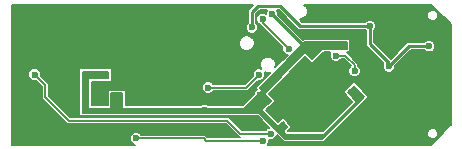
<source format=gbl>
G04 #@! TF.FileFunction,Copper,L2,Bot,Signal*
%FSLAX46Y46*%
G04 Gerber Fmt 4.6, Leading zero omitted, Abs format (unit mm)*
G04 Created by KiCad (PCBNEW (after 2015-jan-16 BZR unknown)-product) date 11/03/2015 00:06:46*
%MOMM*%
G01*
G04 APERTURE LIST*
%ADD10C,0.150000*%
%ADD11C,0.609600*%
%ADD12C,0.600000*%
%ADD13C,0.254000*%
%ADD14C,0.152000*%
G04 APERTURE END LIST*
D10*
D11*
X88500000Y-44000000D03*
X91000000Y-50500000D03*
X103000000Y-48500000D03*
X83300000Y-45500000D03*
X70800000Y-51200000D03*
X73900000Y-50700000D03*
X75300000Y-50700000D03*
X74900000Y-47200000D03*
X74900000Y-46100000D03*
X74100000Y-48000000D03*
X79100000Y-44500000D03*
X79300000Y-43500000D03*
X79200000Y-45500000D03*
X86400000Y-48100000D03*
X84300000Y-50700000D03*
X104600000Y-48500000D03*
X104200000Y-51100000D03*
X73800000Y-41800000D03*
X94700000Y-47700000D03*
X93700000Y-48700000D03*
X95700000Y-48700000D03*
X95700000Y-46700000D03*
X93700000Y-46700000D03*
X94700000Y-45700000D03*
X94700000Y-49700000D03*
X96700000Y-47700000D03*
X92700000Y-47700000D03*
X75000000Y-49200000D03*
X97500000Y-50800000D03*
X102700000Y-43200000D03*
X104200000Y-41100000D03*
X95200000Y-41000000D03*
D12*
X92400000Y-50700000D03*
X90700000Y-47800000D03*
X98600000Y-47600000D03*
X97400000Y-43700000D03*
X91700000Y-41000000D03*
X94700000Y-43700000D03*
X75900000Y-46200000D03*
X86000000Y-49100000D03*
X78500000Y-48100000D03*
X101600000Y-45400000D03*
X105000000Y-43700000D03*
X100000000Y-42000000D03*
X90000000Y-42100000D03*
X71600000Y-46100000D03*
X91600000Y-51100000D03*
X98700000Y-45800000D03*
X97100000Y-44500000D03*
X86300000Y-47200000D03*
X90600000Y-46100000D03*
X93100000Y-43900000D03*
X90900000Y-41400000D03*
X99700000Y-46100000D03*
X90900000Y-51700000D03*
X80200000Y-51500000D03*
D13*
X94400000Y-43700000D02*
X91700000Y-41000000D01*
X94700000Y-43700000D02*
X94400000Y-43700000D01*
X101600000Y-45400000D02*
X103300000Y-43700000D01*
X103300000Y-43700000D02*
X105000000Y-43700000D01*
X101600000Y-45100000D02*
X100000000Y-43500000D01*
X100000000Y-43500000D02*
X100000000Y-42000000D01*
X101600000Y-45400000D02*
X101600000Y-45100000D01*
X98500000Y-42000000D02*
X98500000Y-42000000D01*
X98500000Y-42000000D02*
X100000000Y-42000000D01*
X90000000Y-40800000D02*
X90000000Y-42100000D01*
X90500000Y-40300000D02*
X90000000Y-40800000D01*
X92400000Y-40300000D02*
X90500000Y-40300000D01*
X94100000Y-42000000D02*
X92400000Y-40300000D01*
X94100000Y-42000000D02*
X98500000Y-42000000D01*
D14*
X72500000Y-48000000D02*
X72500000Y-47000000D01*
X74500000Y-50000000D02*
X72500000Y-48000000D01*
X71600000Y-46100000D02*
X72500000Y-47000000D01*
X87900000Y-50000000D02*
X89000000Y-51100000D01*
X89000000Y-51100000D02*
X91600000Y-51100000D01*
X74500000Y-50000000D02*
X87900000Y-50000000D01*
X98700000Y-45800000D02*
X98700000Y-45300000D01*
X97900000Y-44500000D02*
X98700000Y-45300000D01*
X97100000Y-44500000D02*
X97900000Y-44500000D01*
X86300000Y-47200000D02*
X89500000Y-47200000D01*
X89500000Y-47200000D02*
X90600000Y-46100000D01*
X93100000Y-43900000D02*
X90900000Y-41700000D01*
X90900000Y-41700000D02*
X90900000Y-41400000D01*
X85900000Y-51500000D02*
X86100000Y-51700000D01*
X80200000Y-51500000D02*
X85900000Y-51500000D01*
X86100000Y-51700000D02*
X90900000Y-51700000D01*
G36*
X93049603Y-44427955D02*
X91983838Y-45493720D01*
X92030844Y-45380518D01*
X92031080Y-45110793D01*
X91928078Y-44861509D01*
X91737520Y-44670619D01*
X91488416Y-44567182D01*
X91218691Y-44566946D01*
X90969407Y-44669948D01*
X90778517Y-44860506D01*
X90675080Y-45109610D01*
X90674844Y-45379335D01*
X90764638Y-45596654D01*
X90705486Y-45572092D01*
X90495435Y-45571909D01*
X90301303Y-45652122D01*
X90235028Y-45718281D01*
X90235028Y-43314742D01*
X90132026Y-43065458D01*
X89941468Y-42874568D01*
X89692364Y-42771131D01*
X89422639Y-42770895D01*
X89173355Y-42873897D01*
X88982465Y-43064455D01*
X88879028Y-43313559D01*
X88878792Y-43583284D01*
X88981794Y-43832568D01*
X89172352Y-44023458D01*
X89421456Y-44126895D01*
X89691181Y-44127131D01*
X89940465Y-44024129D01*
X90131355Y-43833571D01*
X90234792Y-43584467D01*
X90235028Y-43314742D01*
X90235028Y-45718281D01*
X90152644Y-45800522D01*
X90072092Y-45994514D01*
X90071914Y-46198164D01*
X89374079Y-46896000D01*
X86742584Y-46896000D01*
X86599478Y-46752644D01*
X86405486Y-46672092D01*
X86195435Y-46671909D01*
X86001303Y-46752122D01*
X85852644Y-46900522D01*
X85772092Y-47094514D01*
X85771909Y-47304565D01*
X85852122Y-47498697D01*
X86000522Y-47647356D01*
X86194514Y-47727908D01*
X86404565Y-47728091D01*
X86598697Y-47647878D01*
X86742826Y-47504000D01*
X89500000Y-47504000D01*
X89500000Y-47503999D01*
X89616335Y-47480859D01*
X89616336Y-47480859D01*
X89714960Y-47414960D01*
X90502006Y-46627914D01*
X90704565Y-46628091D01*
X90898697Y-46547878D01*
X91047356Y-46399478D01*
X91127908Y-46205486D01*
X91128091Y-45995435D01*
X91073417Y-45863114D01*
X91217508Y-45922946D01*
X91487233Y-45923182D01*
X91601655Y-45875903D01*
X90277559Y-47200000D01*
X90421383Y-47343824D01*
X90401303Y-47352122D01*
X90252644Y-47500522D01*
X90172092Y-47694514D01*
X90172082Y-47705476D01*
X89205559Y-48672000D01*
X86318800Y-48672000D01*
X86299478Y-48652644D01*
X86105486Y-48572092D01*
X85895435Y-48571909D01*
X85701303Y-48652122D01*
X85681390Y-48672000D01*
X79328000Y-48672000D01*
X79328000Y-47372000D01*
X77772000Y-47372000D01*
X77772000Y-48672000D01*
X76428000Y-48672000D01*
X76428000Y-46728000D01*
X78128000Y-46728000D01*
X78128000Y-45572000D01*
X75372000Y-45572000D01*
X75372000Y-46200113D01*
X75371909Y-46304565D01*
X75372000Y-46304785D01*
X75372000Y-49628000D01*
X86000113Y-49628000D01*
X86104565Y-49628091D01*
X86104785Y-49628000D01*
X90505559Y-49628000D01*
X91462907Y-50585348D01*
X91301303Y-50652122D01*
X91157173Y-50796000D01*
X89125920Y-50796000D01*
X88114960Y-49785040D01*
X88016336Y-49719141D01*
X87900000Y-49696000D01*
X74625920Y-49696000D01*
X72804000Y-47874079D01*
X72804000Y-47000000D01*
X72780859Y-46883665D01*
X72780859Y-46883664D01*
X72747909Y-46834352D01*
X72714960Y-46785040D01*
X72714960Y-46785039D01*
X72127914Y-46197994D01*
X72128091Y-45995435D01*
X72047878Y-45801303D01*
X71899478Y-45652644D01*
X71705486Y-45572092D01*
X71495435Y-45571909D01*
X71301303Y-45652122D01*
X71152644Y-45800522D01*
X71072092Y-45994514D01*
X71071909Y-46204565D01*
X71152122Y-46398697D01*
X71300522Y-46547356D01*
X71494514Y-46627908D01*
X71698165Y-46628085D01*
X72196000Y-47125920D01*
X72196000Y-48000000D01*
X72219141Y-48116336D01*
X72285040Y-48214960D01*
X74285039Y-50214960D01*
X74285040Y-50214960D01*
X74334352Y-50247909D01*
X74383664Y-50280859D01*
X74383665Y-50280859D01*
X74500000Y-50304000D01*
X87774079Y-50304000D01*
X88785040Y-51314961D01*
X88844161Y-51354463D01*
X88883664Y-51380859D01*
X88883665Y-51380859D01*
X88959781Y-51396000D01*
X86225920Y-51396000D01*
X86114960Y-51285040D01*
X86016336Y-51219141D01*
X85900000Y-51196000D01*
X80642584Y-51196000D01*
X80499478Y-51052644D01*
X80305486Y-50972092D01*
X80095435Y-50971909D01*
X79901303Y-51052122D01*
X79752644Y-51200522D01*
X79672092Y-51394514D01*
X79671909Y-51604565D01*
X79752122Y-51798697D01*
X79900522Y-51947356D01*
X80080285Y-52022000D01*
X69678000Y-52022000D01*
X69678000Y-40178000D01*
X85300000Y-40178000D01*
X90119954Y-40178000D01*
X89748977Y-40548977D01*
X89672023Y-40664147D01*
X89645000Y-40800000D01*
X89645000Y-41708326D01*
X89552644Y-41800522D01*
X89472092Y-41994514D01*
X89471909Y-42204565D01*
X89552122Y-42398697D01*
X89700522Y-42547356D01*
X89894514Y-42627908D01*
X90104565Y-42628091D01*
X90298697Y-42547878D01*
X90447356Y-42399478D01*
X90527908Y-42205486D01*
X90528091Y-41995435D01*
X90447878Y-41801303D01*
X90355000Y-41708262D01*
X90355000Y-40947046D01*
X90647046Y-40655000D01*
X91298245Y-40655000D01*
X91252644Y-40700522D01*
X91172092Y-40894514D01*
X91172051Y-40941255D01*
X91005486Y-40872092D01*
X90795435Y-40871909D01*
X90601303Y-40952122D01*
X90452644Y-41100522D01*
X90372092Y-41294514D01*
X90371909Y-41504565D01*
X90452122Y-41698697D01*
X90600522Y-41847356D01*
X90654976Y-41869967D01*
X90654977Y-41869967D01*
X90685040Y-41914960D01*
X92572085Y-43802006D01*
X92571909Y-44004565D01*
X92652122Y-44198697D01*
X92800522Y-44347356D01*
X92994514Y-44427908D01*
X93049603Y-44427955D01*
X93049603Y-44427955D01*
G37*
X93049603Y-44427955D02*
X91983838Y-45493720D01*
X92030844Y-45380518D01*
X92031080Y-45110793D01*
X91928078Y-44861509D01*
X91737520Y-44670619D01*
X91488416Y-44567182D01*
X91218691Y-44566946D01*
X90969407Y-44669948D01*
X90778517Y-44860506D01*
X90675080Y-45109610D01*
X90674844Y-45379335D01*
X90764638Y-45596654D01*
X90705486Y-45572092D01*
X90495435Y-45571909D01*
X90301303Y-45652122D01*
X90235028Y-45718281D01*
X90235028Y-43314742D01*
X90132026Y-43065458D01*
X89941468Y-42874568D01*
X89692364Y-42771131D01*
X89422639Y-42770895D01*
X89173355Y-42873897D01*
X88982465Y-43064455D01*
X88879028Y-43313559D01*
X88878792Y-43583284D01*
X88981794Y-43832568D01*
X89172352Y-44023458D01*
X89421456Y-44126895D01*
X89691181Y-44127131D01*
X89940465Y-44024129D01*
X90131355Y-43833571D01*
X90234792Y-43584467D01*
X90235028Y-43314742D01*
X90235028Y-45718281D01*
X90152644Y-45800522D01*
X90072092Y-45994514D01*
X90071914Y-46198164D01*
X89374079Y-46896000D01*
X86742584Y-46896000D01*
X86599478Y-46752644D01*
X86405486Y-46672092D01*
X86195435Y-46671909D01*
X86001303Y-46752122D01*
X85852644Y-46900522D01*
X85772092Y-47094514D01*
X85771909Y-47304565D01*
X85852122Y-47498697D01*
X86000522Y-47647356D01*
X86194514Y-47727908D01*
X86404565Y-47728091D01*
X86598697Y-47647878D01*
X86742826Y-47504000D01*
X89500000Y-47504000D01*
X89500000Y-47503999D01*
X89616335Y-47480859D01*
X89616336Y-47480859D01*
X89714960Y-47414960D01*
X90502006Y-46627914D01*
X90704565Y-46628091D01*
X90898697Y-46547878D01*
X91047356Y-46399478D01*
X91127908Y-46205486D01*
X91128091Y-45995435D01*
X91073417Y-45863114D01*
X91217508Y-45922946D01*
X91487233Y-45923182D01*
X91601655Y-45875903D01*
X90277559Y-47200000D01*
X90421383Y-47343824D01*
X90401303Y-47352122D01*
X90252644Y-47500522D01*
X90172092Y-47694514D01*
X90172082Y-47705476D01*
X89205559Y-48672000D01*
X86318800Y-48672000D01*
X86299478Y-48652644D01*
X86105486Y-48572092D01*
X85895435Y-48571909D01*
X85701303Y-48652122D01*
X85681390Y-48672000D01*
X79328000Y-48672000D01*
X79328000Y-47372000D01*
X77772000Y-47372000D01*
X77772000Y-48672000D01*
X76428000Y-48672000D01*
X76428000Y-46728000D01*
X78128000Y-46728000D01*
X78128000Y-45572000D01*
X75372000Y-45572000D01*
X75372000Y-46200113D01*
X75371909Y-46304565D01*
X75372000Y-46304785D01*
X75372000Y-49628000D01*
X86000113Y-49628000D01*
X86104565Y-49628091D01*
X86104785Y-49628000D01*
X90505559Y-49628000D01*
X91462907Y-50585348D01*
X91301303Y-50652122D01*
X91157173Y-50796000D01*
X89125920Y-50796000D01*
X88114960Y-49785040D01*
X88016336Y-49719141D01*
X87900000Y-49696000D01*
X74625920Y-49696000D01*
X72804000Y-47874079D01*
X72804000Y-47000000D01*
X72780859Y-46883665D01*
X72780859Y-46883664D01*
X72747909Y-46834352D01*
X72714960Y-46785040D01*
X72714960Y-46785039D01*
X72127914Y-46197994D01*
X72128091Y-45995435D01*
X72047878Y-45801303D01*
X71899478Y-45652644D01*
X71705486Y-45572092D01*
X71495435Y-45571909D01*
X71301303Y-45652122D01*
X71152644Y-45800522D01*
X71072092Y-45994514D01*
X71071909Y-46204565D01*
X71152122Y-46398697D01*
X71300522Y-46547356D01*
X71494514Y-46627908D01*
X71698165Y-46628085D01*
X72196000Y-47125920D01*
X72196000Y-48000000D01*
X72219141Y-48116336D01*
X72285040Y-48214960D01*
X74285039Y-50214960D01*
X74285040Y-50214960D01*
X74334352Y-50247909D01*
X74383664Y-50280859D01*
X74383665Y-50280859D01*
X74500000Y-50304000D01*
X87774079Y-50304000D01*
X88785040Y-51314961D01*
X88844161Y-51354463D01*
X88883664Y-51380859D01*
X88883665Y-51380859D01*
X88959781Y-51396000D01*
X86225920Y-51396000D01*
X86114960Y-51285040D01*
X86016336Y-51219141D01*
X85900000Y-51196000D01*
X80642584Y-51196000D01*
X80499478Y-51052644D01*
X80305486Y-50972092D01*
X80095435Y-50971909D01*
X79901303Y-51052122D01*
X79752644Y-51200522D01*
X79672092Y-51394514D01*
X79671909Y-51604565D01*
X79752122Y-51798697D01*
X79900522Y-51947356D01*
X80080285Y-52022000D01*
X69678000Y-52022000D01*
X69678000Y-40178000D01*
X85300000Y-40178000D01*
X90119954Y-40178000D01*
X89748977Y-40548977D01*
X89672023Y-40664147D01*
X89645000Y-40800000D01*
X89645000Y-41708326D01*
X89552644Y-41800522D01*
X89472092Y-41994514D01*
X89471909Y-42204565D01*
X89552122Y-42398697D01*
X89700522Y-42547356D01*
X89894514Y-42627908D01*
X90104565Y-42628091D01*
X90298697Y-42547878D01*
X90447356Y-42399478D01*
X90527908Y-42205486D01*
X90528091Y-41995435D01*
X90447878Y-41801303D01*
X90355000Y-41708262D01*
X90355000Y-40947046D01*
X90647046Y-40655000D01*
X91298245Y-40655000D01*
X91252644Y-40700522D01*
X91172092Y-40894514D01*
X91172051Y-40941255D01*
X91005486Y-40872092D01*
X90795435Y-40871909D01*
X90601303Y-40952122D01*
X90452644Y-41100522D01*
X90372092Y-41294514D01*
X90371909Y-41504565D01*
X90452122Y-41698697D01*
X90600522Y-41847356D01*
X90654976Y-41869967D01*
X90654977Y-41869967D01*
X90685040Y-41914960D01*
X92572085Y-43802006D01*
X92571909Y-44004565D01*
X92652122Y-44198697D01*
X92800522Y-44347356D01*
X92994514Y-44427908D01*
X93049603Y-44427955D01*
G36*
X106822000Y-50384848D02*
X106803424Y-50403424D01*
X105778083Y-51428765D01*
X105778083Y-51005337D01*
X105778083Y-41005337D01*
X105705465Y-40829588D01*
X105571119Y-40695007D01*
X105395497Y-40622083D01*
X105205337Y-40621917D01*
X105029588Y-40694535D01*
X104895007Y-40828881D01*
X104822083Y-41004503D01*
X104821917Y-41194663D01*
X104894535Y-41370412D01*
X105028881Y-41504993D01*
X105204503Y-41577917D01*
X105394663Y-41578083D01*
X105570412Y-41505465D01*
X105704993Y-41371119D01*
X105777917Y-41195497D01*
X105778083Y-41005337D01*
X105778083Y-51005337D01*
X105705465Y-50829588D01*
X105571119Y-50695007D01*
X105395497Y-50622083D01*
X105205337Y-50621917D01*
X105029588Y-50694535D01*
X104895007Y-50828881D01*
X104822083Y-51004503D01*
X104821917Y-51194663D01*
X104894535Y-51370412D01*
X105028881Y-51504993D01*
X105204503Y-51577917D01*
X105394663Y-51578083D01*
X105570412Y-51505465D01*
X105704993Y-51371119D01*
X105777917Y-51195497D01*
X105778083Y-51005337D01*
X105778083Y-51428765D01*
X105184848Y-52022000D01*
X91324794Y-52022000D01*
X91347356Y-51999478D01*
X91427908Y-51805486D01*
X91428086Y-51600325D01*
X91494514Y-51627908D01*
X91704565Y-51628091D01*
X91898697Y-51547878D01*
X92047356Y-51399478D01*
X92114745Y-51237186D01*
X92705559Y-51828000D01*
X96094441Y-51828000D01*
X99922441Y-48000000D01*
X98600000Y-46677559D01*
X97677559Y-47600000D01*
X98477559Y-48400000D01*
X96005559Y-50872000D01*
X93050441Y-50872000D01*
X93422441Y-50500000D01*
X92600000Y-49677559D01*
X92200000Y-50077559D01*
X91222441Y-49100000D01*
X92022441Y-48300000D01*
X91422441Y-47700000D01*
X94500000Y-44622441D01*
X95100000Y-45222441D01*
X96094441Y-44228000D01*
X96641234Y-44228000D01*
X96572092Y-44394514D01*
X96571909Y-44604565D01*
X96652122Y-44798697D01*
X96800522Y-44947356D01*
X96994514Y-45027908D01*
X97204565Y-45028091D01*
X97398697Y-44947878D01*
X97542826Y-44804000D01*
X97774079Y-44804000D01*
X98361717Y-45391638D01*
X98252644Y-45500522D01*
X98172092Y-45694514D01*
X98171909Y-45904565D01*
X98252122Y-46098697D01*
X98400522Y-46247356D01*
X98594514Y-46327908D01*
X98804565Y-46328091D01*
X98998697Y-46247878D01*
X99147356Y-46099478D01*
X99227908Y-45905486D01*
X99228091Y-45695435D01*
X99147878Y-45501303D01*
X99004000Y-45357173D01*
X99004000Y-45300000D01*
X98980859Y-45183665D01*
X98980859Y-45183664D01*
X98954463Y-45144161D01*
X98914961Y-45085040D01*
X98114960Y-44285040D01*
X98029594Y-44228000D01*
X98328000Y-44228000D01*
X98328000Y-43072000D01*
X94405559Y-43072000D01*
X94339802Y-43137756D01*
X92227977Y-41025931D01*
X92228091Y-40895435D01*
X92147878Y-40701303D01*
X92101655Y-40655000D01*
X92252954Y-40655000D01*
X93848977Y-42251023D01*
X93964147Y-42327977D01*
X93964148Y-42327977D01*
X94100000Y-42355000D01*
X98500000Y-42355000D01*
X99608326Y-42355000D01*
X99645000Y-42391737D01*
X99645000Y-43500000D01*
X99672023Y-43635853D01*
X99748977Y-43751023D01*
X101136750Y-45138796D01*
X101072092Y-45294514D01*
X101071909Y-45504565D01*
X101152122Y-45698697D01*
X101300522Y-45847356D01*
X101494514Y-45927908D01*
X101704565Y-45928091D01*
X101898697Y-45847878D01*
X102047356Y-45699478D01*
X102127908Y-45505486D01*
X102128022Y-45374023D01*
X103447046Y-44055000D01*
X104608326Y-44055000D01*
X104700522Y-44147356D01*
X104894514Y-44227908D01*
X105104565Y-44228091D01*
X105298697Y-44147878D01*
X105447356Y-43999478D01*
X105527908Y-43805486D01*
X105528091Y-43595435D01*
X105447878Y-43401303D01*
X105299478Y-43252644D01*
X105105486Y-43172092D01*
X104895435Y-43171909D01*
X104701303Y-43252122D01*
X104608262Y-43345000D01*
X103300000Y-43345000D01*
X103164147Y-43372023D01*
X103048977Y-43448977D01*
X101750000Y-44747954D01*
X100355000Y-43352954D01*
X100355000Y-42391673D01*
X100447356Y-42299478D01*
X100527908Y-42105486D01*
X100528091Y-41895435D01*
X100447878Y-41701303D01*
X100299478Y-41552644D01*
X100105486Y-41472092D01*
X99895435Y-41471909D01*
X99701303Y-41552122D01*
X99608262Y-41645000D01*
X98500000Y-41645000D01*
X94247046Y-41645000D01*
X94034971Y-41432925D01*
X94181309Y-41433054D01*
X94430593Y-41330052D01*
X94621483Y-41139494D01*
X94724920Y-40890390D01*
X94725156Y-40620665D01*
X94622154Y-40371381D01*
X94431596Y-40180491D01*
X94425597Y-40178000D01*
X105184848Y-40178000D01*
X106822000Y-41815151D01*
X106822000Y-50384848D01*
X106822000Y-50384848D01*
G37*
X106822000Y-50384848D02*
X106803424Y-50403424D01*
X105778083Y-51428765D01*
X105778083Y-51005337D01*
X105778083Y-41005337D01*
X105705465Y-40829588D01*
X105571119Y-40695007D01*
X105395497Y-40622083D01*
X105205337Y-40621917D01*
X105029588Y-40694535D01*
X104895007Y-40828881D01*
X104822083Y-41004503D01*
X104821917Y-41194663D01*
X104894535Y-41370412D01*
X105028881Y-41504993D01*
X105204503Y-41577917D01*
X105394663Y-41578083D01*
X105570412Y-41505465D01*
X105704993Y-41371119D01*
X105777917Y-41195497D01*
X105778083Y-41005337D01*
X105778083Y-51005337D01*
X105705465Y-50829588D01*
X105571119Y-50695007D01*
X105395497Y-50622083D01*
X105205337Y-50621917D01*
X105029588Y-50694535D01*
X104895007Y-50828881D01*
X104822083Y-51004503D01*
X104821917Y-51194663D01*
X104894535Y-51370412D01*
X105028881Y-51504993D01*
X105204503Y-51577917D01*
X105394663Y-51578083D01*
X105570412Y-51505465D01*
X105704993Y-51371119D01*
X105777917Y-51195497D01*
X105778083Y-51005337D01*
X105778083Y-51428765D01*
X105184848Y-52022000D01*
X91324794Y-52022000D01*
X91347356Y-51999478D01*
X91427908Y-51805486D01*
X91428086Y-51600325D01*
X91494514Y-51627908D01*
X91704565Y-51628091D01*
X91898697Y-51547878D01*
X92047356Y-51399478D01*
X92114745Y-51237186D01*
X92705559Y-51828000D01*
X96094441Y-51828000D01*
X99922441Y-48000000D01*
X98600000Y-46677559D01*
X97677559Y-47600000D01*
X98477559Y-48400000D01*
X96005559Y-50872000D01*
X93050441Y-50872000D01*
X93422441Y-50500000D01*
X92600000Y-49677559D01*
X92200000Y-50077559D01*
X91222441Y-49100000D01*
X92022441Y-48300000D01*
X91422441Y-47700000D01*
X94500000Y-44622441D01*
X95100000Y-45222441D01*
X96094441Y-44228000D01*
X96641234Y-44228000D01*
X96572092Y-44394514D01*
X96571909Y-44604565D01*
X96652122Y-44798697D01*
X96800522Y-44947356D01*
X96994514Y-45027908D01*
X97204565Y-45028091D01*
X97398697Y-44947878D01*
X97542826Y-44804000D01*
X97774079Y-44804000D01*
X98361717Y-45391638D01*
X98252644Y-45500522D01*
X98172092Y-45694514D01*
X98171909Y-45904565D01*
X98252122Y-46098697D01*
X98400522Y-46247356D01*
X98594514Y-46327908D01*
X98804565Y-46328091D01*
X98998697Y-46247878D01*
X99147356Y-46099478D01*
X99227908Y-45905486D01*
X99228091Y-45695435D01*
X99147878Y-45501303D01*
X99004000Y-45357173D01*
X99004000Y-45300000D01*
X98980859Y-45183665D01*
X98980859Y-45183664D01*
X98954463Y-45144161D01*
X98914961Y-45085040D01*
X98114960Y-44285040D01*
X98029594Y-44228000D01*
X98328000Y-44228000D01*
X98328000Y-43072000D01*
X94405559Y-43072000D01*
X94339802Y-43137756D01*
X92227977Y-41025931D01*
X92228091Y-40895435D01*
X92147878Y-40701303D01*
X92101655Y-40655000D01*
X92252954Y-40655000D01*
X93848977Y-42251023D01*
X93964147Y-42327977D01*
X93964148Y-42327977D01*
X94100000Y-42355000D01*
X98500000Y-42355000D01*
X99608326Y-42355000D01*
X99645000Y-42391737D01*
X99645000Y-43500000D01*
X99672023Y-43635853D01*
X99748977Y-43751023D01*
X101136750Y-45138796D01*
X101072092Y-45294514D01*
X101071909Y-45504565D01*
X101152122Y-45698697D01*
X101300522Y-45847356D01*
X101494514Y-45927908D01*
X101704565Y-45928091D01*
X101898697Y-45847878D01*
X102047356Y-45699478D01*
X102127908Y-45505486D01*
X102128022Y-45374023D01*
X103447046Y-44055000D01*
X104608326Y-44055000D01*
X104700522Y-44147356D01*
X104894514Y-44227908D01*
X105104565Y-44228091D01*
X105298697Y-44147878D01*
X105447356Y-43999478D01*
X105527908Y-43805486D01*
X105528091Y-43595435D01*
X105447878Y-43401303D01*
X105299478Y-43252644D01*
X105105486Y-43172092D01*
X104895435Y-43171909D01*
X104701303Y-43252122D01*
X104608262Y-43345000D01*
X103300000Y-43345000D01*
X103164147Y-43372023D01*
X103048977Y-43448977D01*
X101750000Y-44747954D01*
X100355000Y-43352954D01*
X100355000Y-42391673D01*
X100447356Y-42299478D01*
X100527908Y-42105486D01*
X100528091Y-41895435D01*
X100447878Y-41701303D01*
X100299478Y-41552644D01*
X100105486Y-41472092D01*
X99895435Y-41471909D01*
X99701303Y-41552122D01*
X99608262Y-41645000D01*
X98500000Y-41645000D01*
X94247046Y-41645000D01*
X94034971Y-41432925D01*
X94181309Y-41433054D01*
X94430593Y-41330052D01*
X94621483Y-41139494D01*
X94724920Y-40890390D01*
X94725156Y-40620665D01*
X94622154Y-40371381D01*
X94431596Y-40180491D01*
X94425597Y-40178000D01*
X105184848Y-40178000D01*
X106822000Y-41815151D01*
X106822000Y-50384848D01*
G36*
X99492520Y-48000000D02*
X95968520Y-51524000D01*
X92831480Y-51524000D01*
X90631480Y-49324000D01*
X75676000Y-49324000D01*
X75676000Y-45876000D01*
X77824000Y-45876000D01*
X77824000Y-46424000D01*
X76124000Y-46424000D01*
X76124000Y-48976000D01*
X78076000Y-48976000D01*
X78076000Y-47676000D01*
X79024000Y-47676000D01*
X79024000Y-48976000D01*
X89331480Y-48976000D01*
X90907480Y-47400000D01*
X90707480Y-47200000D01*
X94531480Y-43376000D01*
X98024000Y-43376000D01*
X98024000Y-43924000D01*
X95968520Y-43924000D01*
X95100000Y-44792520D01*
X94500000Y-44192520D01*
X90992520Y-47700000D01*
X91592520Y-48300000D01*
X90792520Y-49100000D01*
X92200000Y-50507480D01*
X92600000Y-50107480D01*
X92992520Y-50500000D01*
X92592520Y-50900000D01*
X92868520Y-51176000D01*
X96131480Y-51176000D01*
X98907480Y-48400000D01*
X98107480Y-47600000D01*
X98600000Y-47107480D01*
X99492520Y-48000000D01*
X99492520Y-48000000D01*
G37*
X99492520Y-48000000D02*
X95968520Y-51524000D01*
X92831480Y-51524000D01*
X90631480Y-49324000D01*
X75676000Y-49324000D01*
X75676000Y-45876000D01*
X77824000Y-45876000D01*
X77824000Y-46424000D01*
X76124000Y-46424000D01*
X76124000Y-48976000D01*
X78076000Y-48976000D01*
X78076000Y-47676000D01*
X79024000Y-47676000D01*
X79024000Y-48976000D01*
X89331480Y-48976000D01*
X90907480Y-47400000D01*
X90707480Y-47200000D01*
X94531480Y-43376000D01*
X98024000Y-43376000D01*
X98024000Y-43924000D01*
X95968520Y-43924000D01*
X95100000Y-44792520D01*
X94500000Y-44192520D01*
X90992520Y-47700000D01*
X91592520Y-48300000D01*
X90792520Y-49100000D01*
X92200000Y-50507480D01*
X92600000Y-50107480D01*
X92992520Y-50500000D01*
X92592520Y-50900000D01*
X92868520Y-51176000D01*
X96131480Y-51176000D01*
X98907480Y-48400000D01*
X98107480Y-47600000D01*
X98600000Y-47107480D01*
X99492520Y-48000000D01*
M02*

</source>
